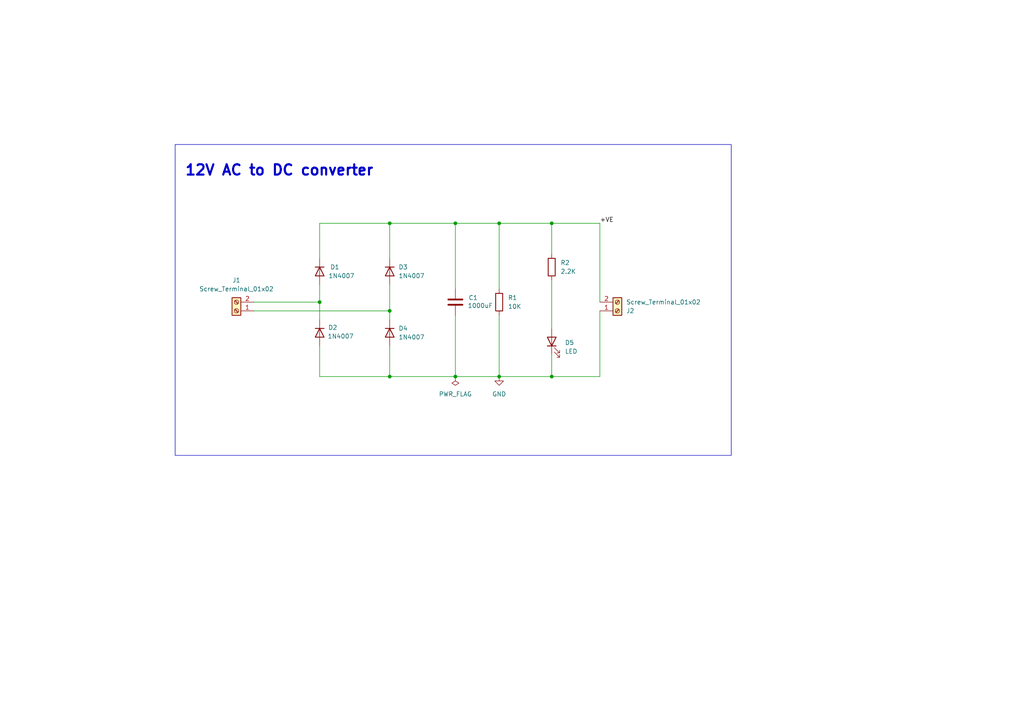
<source format=kicad_sch>
(kicad_sch (version 20250114) (generator "eeschema") (generator_version "9.0")
  (paper "A4")
  (title_block (title "AC to DC converter") (date "2025-07-21") (company "Kanishka Shivhare"))
  (lib_symbols
    (symbol "Connector:Screw_Terminal_01x02" (pin_names (offset 1.016) (hide yes))
      (property "Reference" "J" (at 0 2.54 0))
      (property "Value" "Screw_Terminal_01x02" (at 0 -5.08 0))
      (symbol "Screw_Terminal_01x02_1_1"
        (rectangle (start -1.27 1.27) (end 1.27 -3.81) (stroke (width 0.254)) (fill (type background)))
        (polyline (pts (xy -0.5334 0.3302) (xy 0.3302 -0.508)) (stroke (width 0.1524)))
        (polyline (pts (xy -0.5334 -2.2098) (xy 0.3302 -3.048)) (stroke (width 0.1524)))
        (polyline (pts (xy -0.3556 0.508) (xy 0.508 -0.3302)) (stroke (width 0.1524)))
        (polyline (pts (xy -0.3556 -2.032) (xy 0.508 -2.8702)) (stroke (width 0.1524)))
        (circle (center 0 0) (radius 0.635) (stroke (width 0.1524)))
        (circle (center 0 -2.54) (radius 0.635) (stroke (width 0.1524)))
        (pin passive line (at -5.08 0 0) (length 3.81) (name "Pin_1") (number "1"))
        (pin passive line (at -5.08 -2.54 0) (length 3.81) (name "Pin_2") (number "2"))
      )
    )
    (symbol "Device:C" (pin_numbers (hide yes)) (pin_names (offset 0.254))
      (property "Reference" "C" (at 0.635 2.54 0))
      (property "Value" "C" (at 0.635 -2.54 0))
      (symbol "C_0_1"
        (polyline (pts (xy -2.032 0.762) (xy 2.032 0.762)) (stroke (width 0.508)))
        (polyline (pts (xy -2.032 -0.762) (xy 2.032 -0.762)) (stroke (width 0.508)))
      )
      (symbol "C_1_1"
        (pin passive line (at 0 3.81 270) (length 2.794) (name "~") (number "1"))
        (pin passive line (at 0 -3.81 90) (length 2.794) (name "~") (number "2"))
      )
    )
    (symbol "Device:LED" (pin_numbers (hide yes)) (pin_names (offset 1.016) (hide yes))
      (property "Reference" "D" (at 0 2.54 0))
      (property "Value" "LED" (at 0 -2.54 0))
      (symbol "LED_0_1"
        (polyline (pts (xy -3.048 -0.762) (xy -4.572 -2.286) (xy -3.81 -2.286) (xy -4.572 -2.286) (xy -4.572 -1.524)))
        (polyline (pts (xy -1.778 -0.762) (xy -3.302 -2.286) (xy -2.54 -2.286) (xy -3.302 -2.286) (xy -3.302 -1.524)))
        (polyline (pts (xy -1.27 0) (xy 1.27 0)))
        (polyline (pts (xy -1.27 -1.27) (xy -1.27 1.27)) (stroke (width 0.254)))
        (polyline (pts (xy 1.27 -1.27) (xy 1.27 1.27) (xy -1.27 0) (xy 1.27 -1.27)) (stroke (width 0.254)))
      )
      (symbol "LED_1_1"
        (pin passive line (at -3.81 0 0) (length 2.54) (name "K") (number "1"))
        (pin passive line (at 3.81 0 180) (length 2.54) (name "A") (number "2"))
      )
    )
    (symbol "Device:R" (pin_numbers (hide yes)) (pin_names (offset 0))
      (property "Reference" "R" (at 2.032 0 90))
      (property "Value" "R" (at 0 0 90))
      (symbol "R_0_1"
        (rectangle (start -1.016 -2.54) (end 1.016 2.54) (stroke (width 0.254)))
      )
      (symbol "R_1_1"
        (pin passive line (at 0 3.81 270) (length 1.27) (name "~") (number "1"))
        (pin passive line (at 0 -3.81 90) (length 1.27) (name "~") (number "2"))
      )
    )
    (symbol "Diode:1N4007" (pin_numbers (hide yes)) (pin_names (hide yes))
      (property "Reference" "D" (at 0 2.54 0))
      (property "Value" "1N4007" (at 0 -2.54 0))
      (symbol "1N4007_0_1"
        (polyline (pts (xy -1.27 1.27) (xy -1.27 -1.27)) (stroke (width 0.254)))
        (polyline (pts (xy 1.27 1.27) (xy 1.27 -1.27) (xy -1.27 0) (xy 1.27 1.27)) (stroke (width 0.254)))
        (polyline (pts (xy 1.27 0) (xy -1.27 0)))
      )
      (symbol "1N4007_1_1"
        (pin passive line (at -3.81 0 0) (length 2.54) (name "K") (number "1"))
        (pin passive line (at 3.81 0 180) (length 2.54) (name "A") (number "2"))
      )
    )
    (symbol "power:GND" (power) (pin_numbers (hide yes)) (pin_names (offset 0) (hide yes))
      (property "Value" "GND" (at 0 -3.81 0))
      (symbol "GND_0_1"
        (polyline (pts (xy 0 0) (xy 0 -1.27) (xy 1.27 -1.27) (xy 0 -2.54) (xy -1.27 -1.27) (xy 0 -1.27)))
      )
      (symbol "GND_1_1"
        (pin power_in line (at 0 0 270) (length 0) (name "~") (number "1"))
      )
    )
    (symbol "power:PWR_FLAG" (power) (pin_numbers (hide yes)) (pin_names (offset 0) (hide yes))
      (property "Value" "PWR_FLAG" (at 0 3.81 0))
      (symbol "PWR_FLAG_0_0"
        (pin power_out line (at 0 0 90) (length 0) (name "~") (number "1"))
      )
      (symbol "PWR_FLAG_0_1"
        (polyline (pts (xy 0 0) (xy 0 1.27) (xy -1.016 1.905) (xy 0 2.54) (xy 1.016 1.905) (xy 0 1.27)))
      )
    )
  )
  (rectangle (start 50.8 41.91) (end 212.09 132.08))
  (text "12V AC to DC converter" (at 81.026 49.53 0) (effects (font (size 3 3) (thickness 0.6) (bold yes))))
  (junction (at 113.03 109.22))
  (junction (at 132.08 64.77))
  (junction (at 113.03 64.77))
  (junction (at 160.02 109.22))
  (junction (at 113.03 90.17))
  (junction (at 144.78 109.22))
  (junction (at 144.78 64.77))
  (junction (at 92.71 87.63))
  (junction (at 132.08 109.22))
  (junction (at 160.02 64.77))
  (wire (pts (xy 113.03 109.22) (xy 113.03 100.33)))
  (wire (pts (xy 132.08 83.82) (xy 132.08 64.77)))
  (wire (pts (xy 160.02 81.28) (xy 160.02 95.25)))
  (wire (pts (xy 160.02 109.22) (xy 144.78 109.22)))
  (wire (pts (xy 113.03 90.17) (xy 113.03 92.71)))
  (wire (pts (xy 160.02 64.77) (xy 144.78 64.77)))
  (wire (pts (xy 173.99 90.17) (xy 173.99 109.22)))
  (wire (pts (xy 132.08 109.22) (xy 113.03 109.22)))
  (wire (pts (xy 160.02 73.66) (xy 160.02 64.77)))
  (wire (pts (xy 73.66 90.17) (xy 113.03 90.17)))
  (wire (pts (xy 113.03 82.55) (xy 113.03 90.17)))
  (wire (pts (xy 92.71 82.55) (xy 92.71 87.63)))
  (wire (pts (xy 173.99 64.77) (xy 173.99 87.63)))
  (wire (pts (xy 160.02 102.87) (xy 160.02 109.22)))
  (wire (pts (xy 144.78 64.77) (xy 132.08 64.77)))
  (wire (pts (xy 144.78 109.22) (xy 132.08 109.22)))
  (wire (pts (xy 92.71 109.22) (xy 113.03 109.22)))
  (wire (pts (xy 132.08 64.77) (xy 113.03 64.77)))
  (wire (pts (xy 144.78 91.44) (xy 144.78 109.22)))
  (wire (pts (xy 173.99 109.22) (xy 160.02 109.22)))
  (wire (pts (xy 144.78 83.82) (xy 144.78 64.77)))
  (wire (pts (xy 132.08 91.44) (xy 132.08 109.22)))
  (wire (pts (xy 113.03 64.77) (xy 92.71 64.77)))
  (wire (pts (xy 92.71 64.77) (xy 92.71 74.93)))
  (wire (pts (xy 92.71 87.63) (xy 92.71 92.71)))
  (wire (pts (xy 73.66 87.63) (xy 92.71 87.63)))
  (wire (pts (xy 160.02 64.77) (xy 173.99 64.77)))
  (wire (pts (xy 113.03 74.93) (xy 113.03 64.77)))
  (wire (pts (xy 92.71 100.33) (xy 92.71 109.22)))
  (label "+VE" (at 173.99 64.77 0))
  (symbol (lib_id "Diode:1N4007") (at 113.03 78.74 270) (unit 1)
    (property "Reference" "D3" (at 115.57 77.4699 90) (effects (justify left)))
    (property "Value" "1N4007" (at 115.57 80.0099 90) (effects (justify left)))
    (property "Footprint" "Diode_THT:D_DO-41_SOD81_P10.16mm_Horizontal" (effects (hide yes)))
    (property "Datasheet" "http://www.vishay.com/docs/88503/1n4001.pdf" (effects (hide yes)))
    (property "Description" "1000V 1A General Purpose Rectifier Diode, DO-41" (effects (hide yes)))
    (property "Sim.Device" "D" (effects (hide yes)))
    (property "Sim.Pins" "1=K 2=A" (effects (hide yes)))
  )
  (symbol (lib_id "Connector:Screw_Terminal_01x02") (at 68.58 90.17 180) (unit 1)
    (property "Reference" "J1" (at 68.58 81.28 0))
    (property "Value" "Screw_Terminal_01x02" (at 68.58 83.82 0))
    (property "Footprint" "TerminalBlock:TerminalBlock_bornier-2_P5.08mm" (effects (hide yes)))
    (property "Description" "Generic screw terminal, single row, 01x02, script generated (kicad-library-utils/schlib/autogen/connector/)" (effects (hide yes)))
  )
  (symbol (lib_id "Diode:1N4007") (at 113.03 96.52 270) (unit 1)
    (property "Reference" "D4" (at 115.57 95.2499 90) (effects (justify left)))
    (property "Value" "1N4007" (at 115.57 97.7899 90) (effects (justify left)))
    (property "Footprint" "Diode_THT:D_DO-41_SOD81_P10.16mm_Horizontal" (effects (hide yes)))
    (property "Datasheet" "http://www.vishay.com/docs/88503/1n4001.pdf" (effects (hide yes)))
    (property "Description" "1000V 1A General Purpose Rectifier Diode, DO-41" (effects (hide yes)))
    (property "Sim.Device" "D" (effects (hide yes)))
    (property "Sim.Pins" "1=K 2=A" (effects (hide yes)))
  )
  (symbol (lib_id "Connector:Screw_Terminal_01x02") (at 179.07 90.17 0) (mirror x) (unit 1)
    (property "Reference" "J2" (at 181.61 90.1701 0) (effects (justify left)))
    (property "Value" "Screw_Terminal_01x02" (at 181.61 87.6301 0) (effects (justify left)))
    (property "Footprint" "TerminalBlock:TerminalBlock_bornier-2_P5.08mm" (effects (hide yes)))
    (property "Description" "Generic screw terminal, single row, 01x02, script generated (kicad-library-utils/schlib/autogen/connector/)" (effects (hide yes)))
  )
  (symbol (lib_id "Device:C") (at 132.08 87.63 0) (unit 1)
    (property "Reference" "C1" (at 135.89 86.3599 0) (effects (justify left)))
    (property "Value" "1000uF" (at 135.636 88.646 0) (effects (justify left)))
    (property "Footprint" "Capacitor_THT:CP_Radial_D8.0mm_P3.50mm" (effects (hide yes)))
    (property "Description" "Unpolarized capacitor" (effects (hide yes)))
  )
  (symbol (lib_id "Device:R") (at 144.78 87.63 0) (unit 1)
    (property "Reference" "R1" (at 147.32 86.3599 0) (effects (justify left)))
    (property "Value" "10K" (at 147.32 88.8999 0) (effects (justify left)))
    (property "Footprint" "Resistor_THT:R_Axial_DIN0204_L3.6mm_D1.6mm_P7.62mm_Horizontal" (effects (hide yes)))
    (property "Description" "Resistor" (effects (hide yes)))
  )
  (symbol (lib_id "Diode:1N4007") (at 92.71 96.52 270) (unit 1)
    (property "Reference" "D2" (at 96.52 94.996 90))
    (property "Value" "1N4007" (at 98.806 97.536 90))
    (property "Footprint" "Diode_THT:D_DO-41_SOD81_P10.16mm_Horizontal" (effects (hide yes)))
    (property "Datasheet" "http://www.vishay.com/docs/88503/1n4001.pdf" (effects (hide yes)))
    (property "Description" "1000V 1A General Purpose Rectifier Diode, DO-41" (effects (hide yes)))
    (property "Sim.Device" "D" (effects (hide yes)))
    (property "Sim.Pins" "1=K 2=A" (effects (hide yes)))
  )
  (symbol (lib_id "power:GND") (at 144.78 109.22 0) (unit 1)
    (property "Reference" "#PWR01" (effects (hide yes)))
    (property "Value" "GND" (at 144.78 114.3 0))
    (property "Description" "Power symbol creates a global label with name \"GND\" , ground" (effects (hide yes)))
  )
  (symbol (lib_id "Device:LED") (at 160.02 99.06 90) (unit 1)
    (property "Reference" "D5" (at 163.83 99.3774 90) (effects (justify right)))
    (property "Value" "LED" (at 163.83 101.9174 90) (effects (justify right)))
    (property "Footprint" "LED_THT:LED_D5.0mm" (effects (hide yes)))
    (property "Description" "Light emitting diode" (effects (hide yes)))
    (property "Sim.Pins" "1=K 2=A" (effects (hide yes)))
  )
  (symbol (lib_id "Diode:1N4007") (at 92.71 78.74 270) (unit 1)
    (property "Reference" "D1" (at 95.758 77.47 90) (effects (justify left)))
    (property "Value" "1N4007" (at 95.25 80.0099 90) (effects (justify left)))
    (property "Footprint" "Diode_THT:D_DO-41_SOD81_P10.16mm_Horizontal" (effects (hide yes)))
    (property "Datasheet" "http://www.vishay.com/docs/88503/1n4001.pdf" (effects (hide yes)))
    (property "Description" "1000V 1A General Purpose Rectifier Diode, DO-41" (effects (hide yes)))
    (property "Sim.Device" "D" (effects (hide yes)))
    (property "Sim.Pins" "1=K 2=A" (effects (hide yes)))
  )
  (symbol (lib_id "power:PWR_FLAG") (at 132.08 109.22 180) (unit 1)
    (property "Reference" "#FLG02" (effects (hide yes)))
    (property "Value" "PWR_FLAG" (at 132.08 114.3 0))
    (property "Description" "Special symbol for telling ERC where power comes from" (effects (hide yes)))
  )
  (symbol (lib_id "Device:R") (at 160.02 77.47 0) (unit 1)
    (property "Reference" "R2" (at 162.56 76.1999 0) (effects (justify left)))
    (property "Value" "2.2K" (at 162.56 78.7399 0) (effects (justify left)))
    (property "Footprint" "Resistor_THT:R_Axial_DIN0204_L3.6mm_D1.6mm_P7.62mm_Horizontal" (effects (hide yes)))
    (property "Description" "Resistor" (effects (hide yes)))
  )
)
</source>
